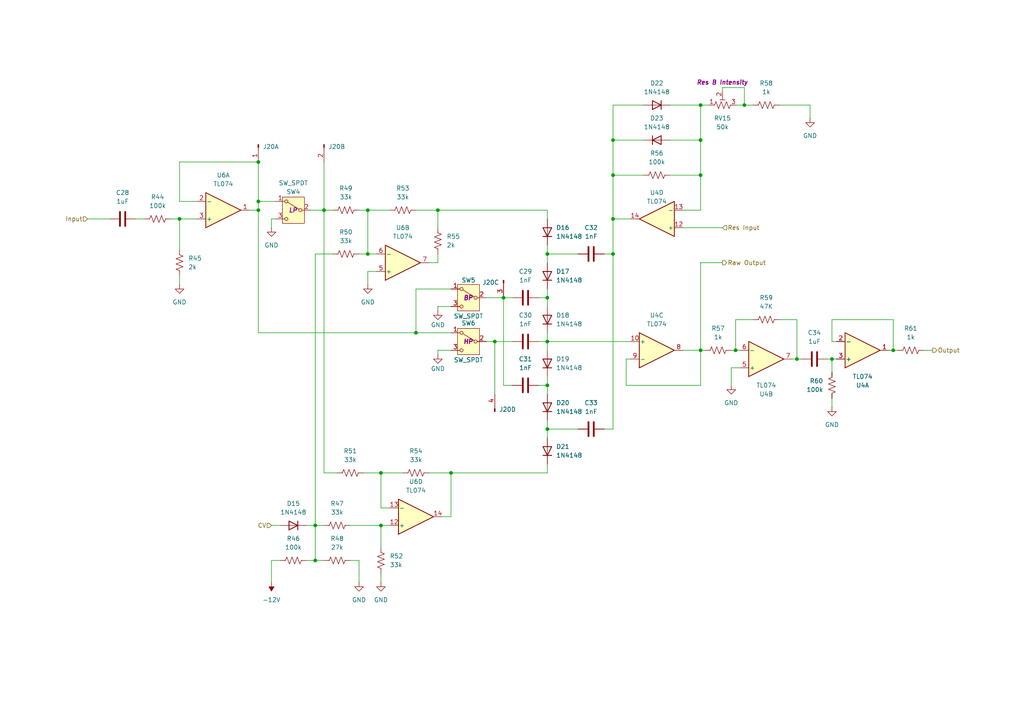
<source format=kicad_sch>
(kicad_sch (version 20231120) (generator "eeschema") (generator_version "8.0")
  (paper "A4")
  (title_block (company "DMH Instruments") (comment 1 "PCB for 15cm Kosmo format synthesizer module"))
  (lib_symbols
    (symbol "Amplifier_Operational:TL074" (pin_names (offset 0.127))
      (property "Reference" "U" (at 0 5.08 0))
      (property "Value" "TL074" (at 0 -5.08 0))
      (symbol "TL074_1_1"
        (polyline (pts (xy -5.08 5.08) (xy 5.08 0) (xy -5.08 -5.08) (xy -5.08 5.08)) (stroke (width 0.254)) (fill (type background)))
        (pin output line (at 7.62 0 180) (length 2.54) (name "~") (number "1"))
        (pin input line (at -7.62 -2.54 0) (length 2.54) (name "-") (number "2"))
        (pin input line (at -7.62 2.54 0) (length 2.54) (name "+") (number "3"))
      )
      (symbol "TL074_2_1"
        (polyline (pts (xy -5.08 5.08) (xy 5.08 0) (xy -5.08 -5.08) (xy -5.08 5.08)) (stroke (width 0.254)) (fill (type background)))
        (pin input line (at -7.62 2.54 0) (length 2.54) (name "+") (number "5"))
        (pin input line (at -7.62 -2.54 0) (length 2.54) (name "-") (number "6"))
        (pin output line (at 7.62 0 180) (length 2.54) (name "~") (number "7"))
      )
      (symbol "TL074_3_1"
        (polyline (pts (xy -5.08 5.08) (xy 5.08 0) (xy -5.08 -5.08) (xy -5.08 5.08)) (stroke (width 0.254)) (fill (type background)))
        (pin input line (at -7.62 2.54 0) (length 2.54) (name "+") (number "10"))
        (pin output line (at 7.62 0 180) (length 2.54) (name "~") (number "8"))
        (pin input line (at -7.62 -2.54 0) (length 2.54) (name "-") (number "9"))
      )
      (symbol "TL074_4_1"
        (polyline (pts (xy -5.08 5.08) (xy 5.08 0) (xy -5.08 -5.08) (xy -5.08 5.08)) (stroke (width 0.254)) (fill (type background)))
        (pin input line (at -7.62 2.54 0) (length 2.54) (name "+") (number "12"))
        (pin input line (at -7.62 -2.54 0) (length 2.54) (name "-") (number "13"))
        (pin output line (at 7.62 0 180) (length 2.54) (name "~") (number "14"))
      )
      (symbol "TL074_5_1"
        (pin power_in line (at -2.54 -7.62 90) (length 3.81) (name "V-") (number "11"))
        (pin power_in line (at -2.54 7.62 270) (length 3.81) (name "V+") (number "4"))
      )
    )
    (symbol "Device:C" (pin_numbers hide) (pin_names (offset 0.254))
      (property "Reference" "C" (at 0.635 2.54 0))
      (property "Value" "C" (at 0.635 -2.54 0))
      (symbol "C_0_1"
        (polyline (pts (xy -2.032 -0.762) (xy 2.032 -0.762)) (stroke (width 0.508)))
        (polyline (pts (xy -2.032 0.762) (xy 2.032 0.762)) (stroke (width 0.508)))
      )
      (symbol "C_1_1"
        (pin passive line (at 0 3.81 270) (length 2.794) (name "~") (number "1"))
        (pin passive line (at 0 -3.81 90) (length 2.794) (name "~") (number "2"))
      )
    )
    (symbol "Device:R_Potentiometer_Trim_US" (pin_names (offset 1.016) hide)
      (property "Reference" "RV" (at -4.445 0 90))
      (property "Value" "R_Potentiometer_Trim_US" (at -2.54 0 90))
      (symbol "R_Potentiometer_Trim_US_0_1"
        (polyline (pts (xy 0 -2.286) (xy 0 -2.54)))
        (polyline (pts (xy 0 2.286) (xy 0 2.54)))
        (polyline (pts (xy 1.524 0.762) (xy 1.524 -0.762)))
        (polyline (pts (xy 2.54 0) (xy 1.524 0)))
        (polyline (pts (xy 0 -0.762) (xy 1.016 -1.143) (xy 0 -1.524) (xy -1.016 -1.905) (xy 0 -2.286)))
        (polyline (pts (xy 0 0.762) (xy 1.016 0.381) (xy 0 0) (xy -1.016 -0.381) (xy 0 -0.762)))
        (polyline (pts (xy 0 2.286) (xy 1.016 1.905) (xy 0 1.524) (xy -1.016 1.143) (xy 0 0.762)))
      )
      (symbol "R_Potentiometer_Trim_US_1_1"
        (pin passive line (at 0 3.81 270) (length 1.27) (name "1") (number "1"))
        (pin passive line (at 3.81 0 180) (length 1.27) (name "2") (number "2"))
        (pin passive line (at 0 -3.81 90) (length 1.27) (name "3") (number "3"))
      )
    )
    (symbol "Device:R_US" (pin_numbers hide) (pin_names (offset 0))
      (property "Reference" "R" (at 2.54 0 90))
      (property "Value" "R_US" (at -2.54 0 90))
      (symbol "R_US_0_1"
        (polyline (pts (xy 0 -2.286) (xy 0 -2.54)))
        (polyline (pts (xy 0 2.286) (xy 0 2.54)))
        (polyline (pts (xy 0 -0.762) (xy 1.016 -1.143) (xy 0 -1.524) (xy -1.016 -1.905) (xy 0 -2.286)))
        (polyline (pts (xy 0 0.762) (xy 1.016 0.381) (xy 0 0) (xy -1.016 -0.381) (xy 0 -0.762)))
        (polyline (pts (xy 0 2.286) (xy 1.016 1.905) (xy 0 1.524) (xy -1.016 1.143) (xy 0 0.762)))
      )
      (symbol "R_US_1_1"
        (pin passive line (at 0 3.81 270) (length 1.27) (name "~") (number "1"))
        (pin passive line (at 0 -3.81 90) (length 1.27) (name "~") (number "2"))
      )
    )
    (symbol "Diode:1N4148" (pin_numbers hide) (pin_names hide)
      (property "Reference" "D" (at 0 2.54 0))
      (property "Value" "1N4148" (at 0 -2.54 0))
      (symbol "1N4148_0_1"
        (polyline (pts (xy -1.27 1.27) (xy -1.27 -1.27)) (stroke (width 0.254)))
        (polyline (pts (xy 1.27 0) (xy -1.27 0)))
        (polyline (pts (xy 1.27 1.27) (xy 1.27 -1.27) (xy -1.27 0) (xy 1.27 1.27)) (stroke (width 0.254)))
      )
      (symbol "1N4148_1_1"
        (pin passive line (at -3.81 0 0) (length 2.54) (name "K") (number "1"))
        (pin passive line (at 3.81 0 180) (length 2.54) (name "A") (number "2"))
      )
    )
    (symbol "Switch:SW_SPDT" (pin_names (offset 0) hide)
      (property "Reference" "SW" (at 0 5.08 0))
      (property "Value" "SW_SPDT" (at 0 -5.08 0))
      (symbol "SW_SPDT_0_1"
        (circle (center -2.032 0) (radius 0.4572))
        (polyline (pts (xy -1.651 0.254) (xy 1.651 2.286)))
        (circle (center 2.032 -2.54) (radius 0.4572))
        (circle (center 2.032 2.54) (radius 0.4572))
      )
      (symbol "SW_SPDT_1_1"
        (rectangle (start -3.175 3.81) (end 3.175 -3.81) (fill (type background)))
        (pin passive line (at 5.08 2.54 180) (length 2.54) (name "A") (number "1"))
        (pin passive line (at -5.08 0 0) (length 2.54) (name "B") (number "2"))
        (pin passive line (at 5.08 -2.54 180) (length 2.54) (name "C") (number "3"))
      )
    )
    (symbol "SynthStuff:Conn_01x04_PinHeader" (pin_names (offset 1.016) hide)
      (property "Reference" "J" (at 0 2.54 0))
      (symbol "Conn_01x04_PinHeader_1_1"
        (polyline (pts (xy 1.27 0) (xy 0.8636 0)) (stroke (width 0.1524)))
        (rectangle (start 0.8636 0.127) (end 0 -0.127) (stroke (width 0.1524)) (fill (type outline)))
        (pin passive line (at 5.08 0 180) (length 3.81) (name "Pin_1") (number "1"))
      )
      (symbol "Conn_01x04_PinHeader_2_1"
        (polyline (pts (xy 1.27 0) (xy 0.8636 0)) (stroke (width 0.1524)))
        (rectangle (start 0.8636 0.127) (end 0 -0.127) (stroke (width 0.1524)) (fill (type outline)))
        (pin passive line (at 5.08 0 180) (length 3.81) (name "Pin_2") (number "2"))
      )
      (symbol "Conn_01x04_PinHeader_3_1"
        (polyline (pts (xy 1.27 0) (xy 0.8636 0)) (stroke (width 0.1524)))
        (rectangle (start 0.8636 0.127) (end 0 -0.127) (stroke (width 0.1524)) (fill (type outline)))
        (pin passive line (at 5.08 0 180) (length 3.81) (name "Pin_3") (number "3"))
      )
      (symbol "Conn_01x04_PinHeader_4_1"
        (polyline (pts (xy 1.27 0) (xy 0.8636 0)) (stroke (width 0.1524)))
        (rectangle (start 0.8636 0.127) (end 0 -0.127) (stroke (width 0.1524)) (fill (type outline)))
        (pin passive line (at 5.08 0 180) (length 3.81) (name "Pin_4") (number "4"))
      )
    )
    (symbol "power:-12V" (power) (pin_numbers hide) (pin_names (offset 0) hide)
      (property "Value" "-12V" (at 0 3.556 0))
      (symbol "-12V_0_0"
        (pin power_in line (at 0 0 90) (length 0) (name "~") (number "1"))
      )
      (symbol "-12V_0_1"
        (polyline (pts (xy 0 0) (xy 0 1.27) (xy 0.762 1.27) (xy 0 2.54) (xy -0.762 1.27) (xy 0 1.27)) (fill (type outline)))
      )
    )
    (symbol "power:GND" (power) (pin_numbers hide) (pin_names (offset 0) hide)
      (property "Value" "GND" (at 0 -3.81 0))
      (symbol "GND_0_1"
        (polyline (pts (xy 0 0) (xy 0 -1.27) (xy 1.27 -1.27) (xy 0 -2.54) (xy -1.27 -1.27) (xy 0 -1.27)))
      )
      (symbol "GND_1_1"
        (pin power_in line (at 0 0 270) (length 0) (name "~") (number "1"))
      )
    )
  )
  (junction (at 110.49 137.16))
  (junction (at 74.93 58.42))
  (junction (at 213.36 101.6))
  (junction (at 241.3 104.14))
  (junction (at 177.8 63.5))
  (junction (at 110.49 152.4))
  (junction (at 231.14 104.14))
  (junction (at 259.08 101.6))
  (junction (at 177.8 50.8))
  (junction (at 177.8 40.64))
  (junction (at 106.68 73.66))
  (junction (at 143.51 99.06))
  (junction (at 52.07 63.5))
  (junction (at 203.2 30.48))
  (junction (at 74.93 60.96))
  (junction (at 130.81 137.16))
  (junction (at 93.98 60.96))
  (junction (at 158.75 124.46))
  (junction (at 203.2 40.64))
  (junction (at 158.75 99.06))
  (junction (at 158.75 73.66))
  (junction (at 158.75 111.76))
  (junction (at 91.44 152.4))
  (junction (at 203.2 101.6))
  (junction (at 74.93 46.99))
  (junction (at 177.8 73.66))
  (junction (at 146.05 86.36))
  (junction (at 120.65 96.52))
  (junction (at 203.2 50.8))
  (junction (at 106.68 60.96))
  (junction (at 91.44 162.56))
  (junction (at 215.9 30.48))
  (junction (at 158.75 86.36))
  (junction (at 127 60.96))
  (wire (pts (xy 203.2 30.48) (xy 205.74 30.48)))
  (wire (pts (xy 120.65 83.82) (xy 130.81 83.82)))
  (wire (pts (xy 143.51 99.06) (xy 143.51 114.3)))
  (wire (pts (xy 78.74 162.56) (xy 78.74 168.91)))
  (wire (pts (xy 106.68 60.96) (xy 106.68 73.66)))
  (wire (pts (xy 241.3 115.57) (xy 241.3 118.11)))
  (wire (pts (xy 156.21 111.76) (xy 158.75 111.76)))
  (wire (pts (xy 106.68 73.66) (xy 109.22 73.66)))
  (wire (pts (xy 130.81 96.52) (xy 120.65 96.52)))
  (wire (pts (xy 91.44 152.4) (xy 91.44 162.56)))
  (wire (pts (xy 52.07 63.5) (xy 57.15 63.5)))
  (wire (pts (xy 186.69 50.8) (xy 177.8 50.8)))
  (wire (pts (xy 259.08 101.6) (xy 257.81 101.6)))
  (wire (pts (xy 213.36 92.71) (xy 213.36 101.6)))
  (wire (pts (xy 130.81 149.86) (xy 128.27 149.86)))
  (wire (pts (xy 158.75 96.52) (xy 158.75 99.06)))
  (wire (pts (xy 175.26 124.46) (xy 177.8 124.46)))
  (wire (pts (xy 158.75 83.82) (xy 158.75 86.36)))
  (wire (pts (xy 231.14 104.14) (xy 232.41 104.14)))
  (wire (pts (xy 209.55 25.4) (xy 215.9 25.4)))
  (wire (pts (xy 130.81 137.16) (xy 130.81 149.86)))
  (wire (pts (xy 215.9 30.48) (xy 218.44 30.48)))
  (wire (pts (xy 158.75 111.76) (xy 158.75 114.3)))
  (wire (pts (xy 109.22 78.74) (xy 106.68 78.74)))
  (wire (pts (xy 104.14 162.56) (xy 104.14 168.91)))
  (wire (pts (xy 203.2 30.48) (xy 203.2 40.64)))
  (wire (pts (xy 203.2 40.64) (xy 203.2 50.8)))
  (wire (pts (xy 80.01 63.5) (xy 78.74 63.5)))
  (wire (pts (xy 120.65 96.52) (xy 120.65 83.82)))
  (wire (pts (xy 177.8 50.8) (xy 177.8 63.5)))
  (wire (pts (xy 241.3 104.14) (xy 242.57 104.14)))
  (wire (pts (xy 52.07 58.42) (xy 57.15 58.42)))
  (wire (pts (xy 212.09 101.6) (xy 213.36 101.6)))
  (wire (pts (xy 240.03 104.14) (xy 241.3 104.14)))
  (wire (pts (xy 259.08 101.6) (xy 260.35 101.6)))
  (wire (pts (xy 72.39 60.96) (xy 74.93 60.96)))
  (wire (pts (xy 110.49 152.4) (xy 113.03 152.4)))
  (wire (pts (xy 140.97 99.06) (xy 143.51 99.06)))
  (wire (pts (xy 120.65 60.96) (xy 127 60.96)))
  (wire (pts (xy 181.61 111.76) (xy 203.2 111.76)))
  (wire (pts (xy 167.64 73.66) (xy 158.75 73.66)))
  (wire (pts (xy 231.14 92.71) (xy 231.14 104.14)))
  (wire (pts (xy 158.75 99.06) (xy 182.88 99.06)))
  (wire (pts (xy 182.88 63.5) (xy 177.8 63.5)))
  (wire (pts (xy 198.12 101.6) (xy 203.2 101.6)))
  (wire (pts (xy 146.05 86.36) (xy 146.05 111.76)))
  (wire (pts (xy 156.21 86.36) (xy 158.75 86.36)))
  (wire (pts (xy 52.07 46.99) (xy 52.07 58.42)))
  (wire (pts (xy 229.87 104.14) (xy 231.14 104.14)))
  (wire (pts (xy 74.93 46.99) (xy 52.07 46.99)))
  (wire (pts (xy 241.3 104.14) (xy 241.3 107.95)))
  (wire (pts (xy 93.98 60.96) (xy 96.52 60.96)))
  (wire (pts (xy 203.2 101.6) (xy 204.47 101.6)))
  (wire (pts (xy 215.9 25.4) (xy 215.9 30.48)))
  (wire (pts (xy 213.36 101.6) (xy 214.63 101.6)))
  (wire (pts (xy 181.61 104.14) (xy 181.61 111.76)))
  (wire (pts (xy 186.69 30.48) (xy 177.8 30.48)))
  (wire (pts (xy 127 88.9) (xy 130.81 88.9)))
  (wire (pts (xy 105.41 137.16) (xy 110.49 137.16)))
  (wire (pts (xy 74.93 58.42) (xy 74.93 46.99)))
  (wire (pts (xy 110.49 152.4) (xy 110.49 158.75)))
  (wire (pts (xy 218.44 92.71) (xy 213.36 92.71)))
  (wire (pts (xy 101.6 152.4) (xy 110.49 152.4)))
  (wire (pts (xy 234.95 30.48) (xy 234.95 34.29)))
  (wire (pts (xy 81.28 162.56) (xy 78.74 162.56)))
  (wire (pts (xy 127 90.17) (xy 127 88.9)))
  (wire (pts (xy 127 60.96) (xy 127 66.04)))
  (wire (pts (xy 158.75 137.16) (xy 130.81 137.16)))
  (wire (pts (xy 146.05 111.76) (xy 148.59 111.76)))
  (wire (pts (xy 203.2 60.96) (xy 198.12 60.96)))
  (wire (pts (xy 214.63 106.68) (xy 212.09 106.68)))
  (wire (pts (xy 158.75 60.96) (xy 127 60.96)))
  (wire (pts (xy 91.44 152.4) (xy 93.98 152.4)))
  (wire (pts (xy 226.06 92.71) (xy 231.14 92.71)))
  (wire (pts (xy 127 101.6) (xy 127 102.87)))
  (wire (pts (xy 158.75 86.36) (xy 158.75 88.9)))
  (wire (pts (xy 267.97 101.6) (xy 270.51 101.6)))
  (wire (pts (xy 177.8 73.66) (xy 177.8 124.46)))
  (wire (pts (xy 213.36 30.48) (xy 215.9 30.48)))
  (wire (pts (xy 106.68 60.96) (xy 113.03 60.96)))
  (wire (pts (xy 226.06 30.48) (xy 234.95 30.48)))
  (wire (pts (xy 93.98 46.99) (xy 93.98 60.96)))
  (wire (pts (xy 124.46 76.2) (xy 127 76.2)))
  (wire (pts (xy 104.14 60.96) (xy 106.68 60.96)))
  (wire (pts (xy 88.9 162.56) (xy 91.44 162.56)))
  (wire (pts (xy 78.74 152.4) (xy 81.28 152.4)))
  (wire (pts (xy 140.97 86.36) (xy 146.05 86.36)))
  (wire (pts (xy 158.75 99.06) (xy 158.75 101.6)))
  (wire (pts (xy 110.49 137.16) (xy 116.84 137.16)))
  (wire (pts (xy 181.61 104.14) (xy 182.88 104.14)))
  (wire (pts (xy 91.44 162.56) (xy 93.98 162.56)))
  (wire (pts (xy 203.2 101.6) (xy 203.2 111.76)))
  (wire (pts (xy 156.21 99.06) (xy 158.75 99.06)))
  (wire (pts (xy 49.53 63.5) (xy 52.07 63.5)))
  (wire (pts (xy 242.57 99.06) (xy 241.3 99.06)))
  (wire (pts (xy 127 76.2) (xy 127 73.66)))
  (wire (pts (xy 110.49 137.16) (xy 110.49 147.32)))
  (wire (pts (xy 177.8 63.5) (xy 177.8 73.66)))
  (wire (pts (xy 25.4 63.5) (xy 31.75 63.5)))
  (wire (pts (xy 194.31 30.48) (xy 203.2 30.48)))
  (wire (pts (xy 158.75 109.22) (xy 158.75 111.76)))
  (wire (pts (xy 91.44 73.66) (xy 91.44 152.4)))
  (wire (pts (xy 90.17 60.96) (xy 93.98 60.96)))
  (wire (pts (xy 96.52 73.66) (xy 91.44 73.66)))
  (wire (pts (xy 124.46 137.16) (xy 130.81 137.16)))
  (wire (pts (xy 241.3 92.71) (xy 259.08 92.71)))
  (wire (pts (xy 194.31 50.8) (xy 203.2 50.8)))
  (wire (pts (xy 175.26 73.66) (xy 177.8 73.66)))
  (wire (pts (xy 186.69 40.64) (xy 177.8 40.64)))
  (wire (pts (xy 78.74 63.5) (xy 78.74 66.04)))
  (wire (pts (xy 74.93 96.52) (xy 120.65 96.52)))
  (wire (pts (xy 101.6 162.56) (xy 104.14 162.56)))
  (wire (pts (xy 52.07 80.01) (xy 52.07 82.55)))
  (wire (pts (xy 39.37 63.5) (xy 41.91 63.5)))
  (wire (pts (xy 158.75 63.5) (xy 158.75 60.96)))
  (wire (pts (xy 148.59 86.36) (xy 146.05 86.36)))
  (wire (pts (xy 177.8 30.48) (xy 177.8 40.64)))
  (wire (pts (xy 93.98 137.16) (xy 97.79 137.16)))
  (wire (pts (xy 177.8 40.64) (xy 177.8 50.8)))
  (wire (pts (xy 158.75 73.66) (xy 158.75 76.2)))
  (wire (pts (xy 143.51 99.06) (xy 148.59 99.06)))
  (wire (pts (xy 74.93 60.96) (xy 74.93 58.42)))
  (wire (pts (xy 106.68 78.74) (xy 106.68 82.55)))
  (wire (pts (xy 110.49 166.37) (xy 110.49 168.91)))
  (wire (pts (xy 52.07 63.5) (xy 52.07 72.39)))
  (wire (pts (xy 198.12 66.04) (xy 209.55 66.04)))
  (wire (pts (xy 241.3 99.06) (xy 241.3 92.71)))
  (wire (pts (xy 158.75 121.92) (xy 158.75 124.46)))
  (wire (pts (xy 158.75 71.12) (xy 158.75 73.66)))
  (wire (pts (xy 259.08 92.71) (xy 259.08 101.6)))
  (wire (pts (xy 130.81 101.6) (xy 127 101.6)))
  (wire (pts (xy 104.14 73.66) (xy 106.68 73.66)))
  (wire (pts (xy 158.75 134.62) (xy 158.75 137.16)))
  (wire (pts (xy 110.49 147.32) (xy 113.03 147.32)))
  (wire (pts (xy 158.75 124.46) (xy 158.75 127)))
  (wire (pts (xy 203.2 50.8) (xy 203.2 60.96)))
  (wire (pts (xy 74.93 60.96) (xy 74.93 96.52)))
  (wire (pts (xy 88.9 152.4) (xy 91.44 152.4)))
  (wire (pts (xy 194.31 40.64) (xy 203.2 40.64)))
  (wire (pts (xy 93.98 60.96) (xy 93.98 137.16)))
  (wire (pts (xy 209.55 26.67) (xy 209.55 25.4)))
  (wire (pts (xy 158.75 124.46) (xy 167.64 124.46)))
  (wire (pts (xy 74.93 58.42) (xy 80.01 58.42)))
  (wire (pts (xy 203.2 76.2) (xy 209.55 76.2)))
  (wire (pts (xy 212.09 106.68) (xy 212.09 111.76)))
  (wire (pts (xy 203.2 76.2) (xy 203.2 101.6)))
  (hierarchical_label "Res Input" (shape input) (at 209.55 66.04 0))
  (hierarchical_label "Output" (shape output) (at 270.51 101.6 0))
  (hierarchical_label "CV" (shape input) (at 78.74 152.4 180))
  (hierarchical_label "Raw Output" (shape output) (at 209.55 76.2 0))
  (hierarchical_label "Input" (shape input) (at 25.4 63.5 180))
  (symbol (lib_id "Device:R_US") (at 85.09 162.56 90) (unit 1) (on_board no)
    (property "Reference" "R46" (at 85.09 156.21 90))
    (property "Value" "100k" (at 85.09 158.75 90))
    (property "Footprint" "Resistor_THT:R_Axial_DIN0207_L6.3mm_D2.5mm_P7.62mm_Horizontal" (effects (hide yes)))
    (property "Description" "Resistor, US symbol" (effects (hide yes)))
  )
  (symbol (lib_id "power:-12V") (at 78.74 168.91 180) (unit 1)
    (property "Reference" "#PWR046" (effects (hide yes)))
    (property "Value" "-12V" (at 78.74 173.99 0))
    (property "Description" "Power symbol creates a global label with name \"-12V\"" (effects (hide yes)))
  )
  (symbol (lib_id "Device:C") (at 152.4 99.06 90) (unit 1) (on_board no)
    (property "Reference" "C30" (at 152.4 91.44 90))
    (property "Value" "1nF" (at 152.4 93.98 90))
    (property "Footprint" "Capacitor_THT:C_Disc_D4.3mm_W1.9mm_P5.00mm" (effects (hide yes)))
    (property "Description" "Unpolarized capacitor" (effects (hide yes)))
  )
  (symbol (lib_id "SynthStuff:Conn_01x04_PinHeader") (at 74.93 41.91 270) (unit 1)
    (property "Reference" "J20" (at 76.2 42.5449 90) (effects (justify left)))
    (property "Value" "Conn_01x04_PinHeader" (effects (hide yes)))
    (property "Footprint" "Connector_PinSocket_2.54mm:PinSocket_1x04_P2.54mm_Vertical" (effects (hide yes)))
    (property "Description" "Generic connector, single row, 01x04" (effects (hide yes)))
  )
  (symbol (lib_id "Device:R_US") (at 52.07 76.2 180) (unit 1) (on_board no)
    (property "Reference" "R45" (at 54.61 74.9299 0) (effects (justify right)))
    (property "Value" "2k" (at 54.61 77.4699 0) (effects (justify right)))
    (property "Footprint" "Resistor_THT:R_Axial_DIN0207_L6.3mm_D2.5mm_P7.62mm_Horizontal" (effects (hide yes)))
    (property "Description" "Resistor, US symbol" (effects (hide yes)))
  )
  (symbol (lib_id "Device:R_US") (at 127 69.85 180) (unit 1) (on_board no)
    (property "Reference" "R55" (at 129.54 68.5799 0) (effects (justify right)))
    (property "Value" "2k" (at 129.54 71.1199 0) (effects (justify right)))
    (property "Footprint" "Resistor_THT:R_Axial_DIN0207_L6.3mm_D2.5mm_P7.62mm_Horizontal" (effects (hide yes)))
    (property "Description" "Resistor, US symbol" (effects (hide yes)))
  )
  (symbol (lib_id "Device:R_US") (at 100.33 73.66 90) (unit 1) (on_board no)
    (property "Reference" "R50" (at 100.33 67.31 90))
    (property "Value" "33k" (at 100.33 69.85 90))
    (property "Footprint" "Resistor_THT:R_Axial_DIN0207_L6.3mm_D2.5mm_P7.62mm_Horizontal" (effects (hide yes)))
    (property "Description" "Resistor, US symbol" (effects (hide yes)))
  )
  (symbol (lib_id "power:GND") (at 241.3 118.11 0) (unit 1)
    (property "Reference" "#PWR054" (effects (hide yes)))
    (property "Value" "GND" (at 241.3 123.19 0))
    (property "Description" "Power symbol creates a global label with name \"GND\" , ground" (effects (hide yes)))
  )
  (symbol (lib_id "Device:C") (at 152.4 111.76 90) (unit 1) (on_board no)
    (property "Reference" "C31" (at 152.4 104.14 90))
    (property "Value" "1nF" (at 152.4 106.68 90))
    (property "Footprint" "Capacitor_THT:C_Disc_D4.3mm_W1.9mm_P5.00mm" (effects (hide yes)))
    (property "Description" "Unpolarized capacitor" (effects (hide yes)))
  )
  (symbol (lib_id "Device:C") (at 35.56 63.5 90) (unit 1) (on_board no)
    (property "Reference" "C28" (at 35.56 55.88 90))
    (property "Value" "1uF" (at 35.56 58.42 90))
    (property "Footprint" "Capacitor_THT:C_Disc_D4.3mm_W1.9mm_P5.00mm" (effects (hide yes)))
    (property "Description" "Unpolarized capacitor" (effects (hide yes)))
  )
  (symbol (lib_id "Device:C") (at 152.4 86.36 90) (unit 1) (on_board no)
    (property "Reference" "C29" (at 152.4 78.74 90))
    (property "Value" "1nF" (at 152.4 81.28 90))
    (property "Footprint" "Capacitor_THT:C_Disc_D4.3mm_W1.9mm_P5.00mm" (effects (hide yes)))
    (property "Description" "Unpolarized capacitor" (effects (hide yes)))
  )
  (symbol (lib_id "Switch:SW_SPDT") (at 135.89 86.36 0) (mirror y) (unit 1)
    (property "Reference" "SW5" (at 135.89 81.28 0))
    (property "Value" "SW_SPDT" (at 135.89 91.694 0))
    (property "Footprint" "SynthStuff:Toggle_Switch_TE" (effects (hide yes)))
    (property "Description" "Switch, single pole double throw" (effects (hide yes)))
    (property "Function" "BP" (at 135.89 86.36 0) (effects (font (thickness 0.254) (bold yes) (italic yes))))
  )
  (symbol (lib_id "SynthStuff:Conn_01x04_PinHeader") (at 93.98 41.91 270) (unit 2)
    (property "Reference" "J20" (at 95.25 42.5449 90) (effects (justify left)))
    (property "Value" "Conn_01x04_PinHeader" (effects (hide yes)))
    (property "Footprint" "Connector_PinSocket_2.54mm:PinSocket_1x04_P2.54mm_Vertical" (effects (hide yes)))
    (property "Description" "Generic connector, single row, 01x04" (effects (hide yes)))
  )
  (symbol (lib_id "Device:C") (at 171.45 73.66 90) (unit 1) (on_board no)
    (property "Reference" "C32" (at 171.45 66.04 90))
    (property "Value" "1nF" (at 171.45 68.58 90))
    (property "Footprint" "Capacitor_THT:C_Disc_D4.3mm_W1.9mm_P5.00mm" (effects (hide yes)))
    (property "Description" "Unpolarized capacitor" (effects (hide yes)))
  )
  (symbol (lib_id "Amplifier_Operational:TL074") (at 190.5 63.5 180) (unit 4) (on_board no)
    (property "Reference" "U4" (at 190.5 55.88 0))
    (property "Value" "TL074" (at 190.5 58.42 0))
    (property "Footprint" "Package_DIP:DIP-14_W7.62mm_Socket" (effects (hide yes)))
    (property "Datasheet" "http://www.ti.com/lit/ds/symlink/tl071.pdf" (effects (hide yes)))
    (property "Description" "Quad Low-Noise JFET-Input Operational Amplifiers, DIP-14/SOIC-14" (effects (hide yes)))
  )
  (symbol (lib_id "Diode:1N4148") (at 190.5 30.48 180) (unit 1) (on_board no)
    (property "Reference" "D22" (at 190.5 24.13 0))
    (property "Value" "1N4148" (at 190.5 26.67 0))
    (property "Footprint" "Diode_THT:D_DO-35_SOD27_P7.62mm_Horizontal" (effects (hide yes)))
    (property "Datasheet" "https://assets.nexperia.com/documents/data-sheet/1N4148_1N4448.pdf" (effects (hide yes)))
    (property "Description" "100V 0.15A standard switching diode, DO-35" (effects (hide yes)))
    (property "Sim.Device" "D" (effects (hide yes)))
    (property "Sim.Pins" "1=K 2=A" (effects (hide yes)))
  )
  (symbol (lib_id "Device:R_US") (at 101.6 137.16 90) (unit 1) (on_board no)
    (property "Reference" "R51" (at 101.6 130.81 90))
    (property "Value" "33k" (at 101.6 133.35 90))
    (property "Footprint" "Resistor_THT:R_Axial_DIN0207_L6.3mm_D2.5mm_P7.62mm_Horizontal" (effects (hide yes)))
    (property "Description" "Resistor, US symbol" (effects (hide yes)))
  )
  (symbol (lib_id "Device:R_US") (at 110.49 162.56 180) (unit 1) (on_board no)
    (property "Reference" "R52" (at 113.03 161.2899 0) (effects (justify right)))
    (property "Value" "33k" (at 113.03 163.8299 0) (effects (justify right)))
    (property "Footprint" "Resistor_THT:R_Axial_DIN0207_L6.3mm_D2.5mm_P7.62mm_Horizontal" (effects (hide yes)))
    (property "Description" "Resistor, US symbol" (effects (hide yes)))
  )
  (symbol (lib_id "Diode:1N4148") (at 158.75 67.31 90) (unit 1) (on_board no)
    (property "Reference" "D16" (at 161.29 66.0399 90) (effects (justify right)))
    (property "Value" "1N4148" (at 161.29 68.5799 90) (effects (justify right)))
    (property "Footprint" "Diode_THT:D_DO-35_SOD27_P7.62mm_Horizontal" (effects (hide yes)))
    (property "Datasheet" "https://assets.nexperia.com/documents/data-sheet/1N4148_1N4448.pdf" (effects (hide yes)))
    (property "Description" "100V 0.15A standard switching diode, DO-35" (effects (hide yes)))
    (property "Sim.Device" "D" (effects (hide yes)))
    (property "Sim.Pins" "1=K 2=A" (effects (hide yes)))
  )
  (symbol (lib_id "Device:R_Potentiometer_Trim_US") (at 209.55 30.48 90) (unit 1) (on_board no)
    (property "Reference" "RV15" (at 209.55 34.29 90))
    (property "Value" "50k" (at 209.55 36.83 90))
    (property "Footprint" "Potentiometer_THT:Potentiometer_Bourns_3296W_Vertical" (effects (hide yes)))
    (property "Description" "Trim-potentiometer, US symbol" (effects (hide yes)))
    (property "Function" "Res B Intensity" (at 209.55 23.876 90) (effects (font (thickness 0.254) (bold yes) (italic yes))))
  )
  (symbol (lib_id "Amplifier_Operational:TL074") (at 250.19 101.6 0) (mirror x) (unit 1) (on_board no)
    (property "Reference" "U4" (at 250.19 111.76 0))
    (property "Value" "TL074" (at 250.19 109.22 0))
    (property "Footprint" "Package_DIP:DIP-14_W7.62mm_Socket" (effects (hide yes)))
    (property "Datasheet" "http://www.ti.com/lit/ds/symlink/tl071.pdf" (effects (hide yes)))
    (property "Description" "Quad Low-Noise JFET-Input Operational Amplifiers, DIP-14/SOIC-14" (effects (hide yes)))
  )
  (symbol (lib_id "Device:R_US") (at 97.79 152.4 90) (unit 1) (on_board no)
    (property "Reference" "R47" (at 97.79 146.05 90))
    (property "Value" "33k" (at 97.79 148.59 90))
    (property "Footprint" "Resistor_THT:R_Axial_DIN0207_L6.3mm_D2.5mm_P7.62mm_Horizontal" (effects (hide yes)))
    (property "Description" "Resistor, US symbol" (effects (hide yes)))
  )
  (symbol (lib_id "Switch:SW_SPDT") (at 135.89 99.06 0) (mirror y) (unit 1)
    (property "Reference" "SW6" (at 135.89 93.726 0))
    (property "Value" "SW_SPDT" (at 135.89 104.394 0))
    (property "Footprint" "SynthStuff:Toggle_Switch_TE" (effects (hide yes)))
    (property "Description" "Switch, single pole double throw" (effects (hide yes)))
    (property "Function" "HP" (at 135.89 99.06 0) (effects (font (thickness 0.254) (bold yes) (italic yes))))
  )
  (symbol (lib_id "Device:R_US") (at 97.79 162.56 90) (unit 1) (on_board no)
    (property "Reference" "R48" (at 97.79 156.21 90))
    (property "Value" "27k" (at 97.79 158.75 90))
    (property "Footprint" "Resistor_THT:R_Axial_DIN0207_L6.3mm_D2.5mm_P7.62mm_Horizontal" (effects (hide yes)))
    (property "Description" "Resistor, US symbol" (effects (hide yes)))
  )
  (symbol (lib_id "Diode:1N4148") (at 85.09 152.4 180) (unit 1) (on_board no)
    (property "Reference" "D15" (at 85.09 146.05 0))
    (property "Value" "1N4148" (at 85.09 148.59 0))
    (property "Footprint" "Diode_THT:D_DO-35_SOD27_P7.62mm_Horizontal" (effects (hide yes)))
    (property "Datasheet" "https://assets.nexperia.com/documents/data-sheet/1N4148_1N4448.pdf" (effects (hide yes)))
    (property "Description" "100V 0.15A standard switching diode, DO-35" (effects (hide yes)))
    (property "Sim.Device" "D" (effects (hide yes)))
    (property "Sim.Pins" "1=K 2=A" (effects (hide yes)))
  )
  (symbol (lib_id "power:GND") (at 127 90.17 0) (unit 1)
    (property "Reference" "#PWR050" (effects (hide yes)))
    (property "Value" "GND" (at 127 94.234 0))
    (property "Description" "Power symbol creates a global label with name \"GND\" , ground" (effects (hide yes)))
  )
  (symbol (lib_id "Amplifier_Operational:TL074") (at 222.25 104.14 0) (mirror x) (unit 2) (on_board no)
    (property "Reference" "U4" (at 222.25 114.3 0))
    (property "Value" "TL074" (at 222.25 111.76 0))
    (property "Footprint" "Package_DIP:DIP-14_W7.62mm_Socket" (effects (hide yes)))
    (property "Datasheet" "http://www.ti.com/lit/ds/symlink/tl071.pdf" (effects (hide yes)))
    (property "Description" "Quad Low-Noise JFET-Input Operational Amplifiers, DIP-14/SOIC-14" (effects (hide yes)))
  )
  (symbol (lib_id "Diode:1N4148") (at 158.75 118.11 90) (unit 1) (on_board no)
    (property "Reference" "D20" (at 161.29 116.8399 90) (effects (justify right)))
    (property "Value" "1N4148" (at 161.29 119.3799 90) (effects (justify right)))
    (property "Footprint" "Diode_THT:D_DO-35_SOD27_P7.62mm_Horizontal" (effects (hide yes)))
    (property "Datasheet" "https://assets.nexperia.com/documents/data-sheet/1N4148_1N4448.pdf" (effects (hide yes)))
    (property "Description" "100V 0.15A standard switching diode, DO-35" (effects (hide yes)))
    (property "Sim.Device" "D" (effects (hide yes)))
    (property "Sim.Pins" "1=K 2=A" (effects (hide yes)))
  )
  (symbol (lib_id "power:GND") (at 106.68 82.55 0) (unit 1)
    (property "Reference" "#PWR048" (effects (hide yes)))
    (property "Value" "GND" (at 106.68 87.63 0))
    (property "Description" "Power symbol creates a global label with name \"GND\" , ground" (effects (hide yes)))
  )
  (symbol (lib_id "Device:R_US") (at 222.25 30.48 90) (unit 1) (on_board no)
    (property "Reference" "R58" (at 222.25 24.13 90))
    (property "Value" "1k" (at 222.25 26.67 90))
    (property "Footprint" "Resistor_THT:R_Axial_DIN0207_L6.3mm_D2.5mm_P7.62mm_Horizontal" (effects (hide yes)))
    (property "Description" "Resistor, US symbol" (effects (hide yes)))
  )
  (symbol (lib_id "Diode:1N4148") (at 158.75 80.01 90) (unit 1) (on_board no)
    (property "Reference" "D17" (at 161.29 78.7399 90) (effects (justify right)))
    (property "Value" "1N4148" (at 161.29 81.2799 90) (effects (justify right)))
    (property "Footprint" "Diode_THT:D_DO-35_SOD27_P7.62mm_Horizontal" (effects (hide yes)))
    (property "Datasheet" "https://assets.nexperia.com/documents/data-sheet/1N4148_1N4448.pdf" (effects (hide yes)))
    (property "Description" "100V 0.15A standard switching diode, DO-35" (effects (hide yes)))
    (property "Sim.Device" "D" (effects (hide yes)))
    (property "Sim.Pins" "1=K 2=A" (effects (hide yes)))
  )
  (symbol (lib_id "Device:C") (at 171.45 124.46 90) (unit 1) (on_board no)
    (property "Reference" "C33" (at 171.45 116.84 90))
    (property "Value" "1nF" (at 171.45 119.38 90))
    (property "Footprint" "Capacitor_THT:C_Disc_D4.3mm_W1.9mm_P5.00mm" (effects (hide yes)))
    (property "Description" "Unpolarized capacitor" (effects (hide yes)))
  )
  (symbol (lib_id "Device:R_US") (at 241.3 111.76 0) (mirror x) (unit 1) (on_board no)
    (property "Reference" "R60" (at 238.76 110.4899 0) (effects (justify right)))
    (property "Value" "100k" (at 238.76 113.0299 0) (effects (justify right)))
    (property "Footprint" "Resistor_THT:R_Axial_DIN0207_L6.3mm_D2.5mm_P7.62mm_Horizontal" (effects (hide yes)))
    (property "Description" "Resistor, US symbol" (effects (hide yes)))
  )
  (symbol (lib_id "power:GND") (at 127 102.87 0) (unit 1)
    (property "Reference" "#PWR051" (effects (hide yes)))
    (property "Value" "GND" (at 127 106.934 0))
    (property "Description" "Power symbol creates a global label with name \"GND\" , ground" (effects (hide yes)))
  )
  (symbol (lib_id "Diode:1N4148") (at 190.5 40.64 0) (unit 1) (on_board no)
    (property "Reference" "D23" (at 190.5 34.29 0))
    (property "Value" "1N4148" (at 190.5 36.83 0))
    (property "Footprint" "Diode_THT:D_DO-35_SOD27_P7.62mm_Horizontal" (effects (hide yes)))
    (property "Datasheet" "https://assets.nexperia.com/documents/data-sheet/1N4148_1N4448.pdf" (effects (hide yes)))
    (property "Description" "100V 0.15A standard switching diode, DO-35" (effects (hide yes)))
    (property "Sim.Device" "D" (effects (hide yes)))
    (property "Sim.Pins" "1=K 2=A" (effects (hide yes)))
  )
  (symbol (lib_id "Device:R_US") (at 120.65 137.16 90) (unit 1) (on_board no)
    (property "Reference" "R54" (at 120.65 130.81 90))
    (property "Value" "33k" (at 120.65 133.35 90))
    (property "Footprint" "Resistor_THT:R_Axial_DIN0207_L6.3mm_D2.5mm_P7.62mm_Horizontal" (effects (hide yes)))
    (property "Description" "Resistor, US symbol" (effects (hide yes)))
  )
  (symbol (lib_id "Diode:1N4148") (at 158.75 130.81 90) (unit 1) (on_board no)
    (property "Reference" "D21" (at 161.29 129.5399 90) (effects (justify right)))
    (property "Value" "1N4148" (at 161.29 132.0799 90) (effects (justify right)))
    (property "Footprint" "Diode_THT:D_DO-35_SOD27_P7.62mm_Horizontal" (effects (hide yes)))
    (property "Datasheet" "https://assets.nexperia.com/documents/data-sheet/1N4148_1N4448.pdf" (effects (hide yes)))
    (property "Description" "100V 0.15A standard switching diode, DO-35" (effects (hide yes)))
    (property "Sim.Device" "D" (effects (hide yes)))
    (property "Sim.Pins" "1=K 2=A" (effects (hide yes)))
  )
  (symbol (lib_id "power:GND") (at 52.07 82.55 0) (unit 1)
    (property "Reference" "#PWR044" (effects (hide yes)))
    (property "Value" "GND" (at 52.07 87.63 0))
    (property "Description" "Power symbol creates a global label with name \"GND\" , ground" (effects (hide yes)))
  )
  (symbol (lib_id "SynthStuff:Conn_01x04_PinHeader") (at 143.51 119.38 270) (mirror x) (unit 4)
    (property "Reference" "J20" (at 144.78 118.7449 90) (effects (justify left)))
    (property "Value" "Conn_01x04_PinHeader" (effects (hide yes)))
    (property "Footprint" "Connector_PinSocket_2.54mm:PinSocket_1x04_P2.54mm_Vertical" (effects (hide yes)))
    (property "Description" "Generic connector, single row, 01x04" (effects (hide yes)))
  )
  (symbol (lib_id "Device:C") (at 236.22 104.14 90) (unit 1) (on_board no)
    (property "Reference" "C34" (at 236.22 96.52 90))
    (property "Value" "1uF" (at 236.22 99.06 90))
    (property "Footprint" "Capacitor_THT:C_Disc_D4.3mm_W1.9mm_P5.00mm" (effects (hide yes)))
    (property "Description" "Unpolarized capacitor" (effects (hide yes)))
  )
  (symbol (lib_id "SynthStuff:Conn_01x04_PinHeader") (at 146.05 81.28 270) (unit 3)
    (property "Reference" "J20" (at 144.78 81.9149 90) (effects (justify right)))
    (property "Value" "Conn_01x04_PinHeader" (effects (hide yes)))
    (property "Footprint" "Connector_PinSocket_2.54mm:PinSocket_1x04_P2.54mm_Vertical" (effects (hide yes)))
    (property "Description" "Generic connector, single row, 01x04" (effects (hide yes)))
  )
  (symbol (lib_id "power:GND") (at 212.09 111.76 0) (unit 1)
    (property "Reference" "#PWR052" (effects (hide yes)))
    (property "Value" "GND" (at 212.09 116.84 0))
    (property "Description" "Power symbol creates a global label with name \"GND\" , ground" (effects (hide yes)))
  )
  (symbol (lib_id "power:GND") (at 234.95 34.29 0) (unit 1)
    (property "Reference" "#PWR053" (effects (hide yes)))
    (property "Value" "GND" (at 234.95 39.37 0))
    (property "Description" "Power symbol creates a global label with name \"GND\" , ground" (effects (hide yes)))
  )
  (symbol (lib_id "power:GND") (at 104.14 168.91 0) (unit 1)
    (property "Reference" "#PWR047" (effects (hide yes)))
    (property "Value" "GND" (at 104.14 173.99 0))
    (property "Description" "Power symbol creates a global label with name \"GND\" , ground" (effects (hide yes)))
  )
  (symbol (lib_id "Amplifier_Operational:TL074") (at 190.5 101.6 0) (unit 3) (on_board no)
    (property "Reference" "U4" (at 190.5 91.44 0))
    (property "Value" "TL074" (at 190.5 93.98 0))
    (property "Footprint" "Package_DIP:DIP-14_W7.62mm_Socket" (effects (hide yes)))
    (property "Datasheet" "http://www.ti.com/lit/ds/symlink/tl071.pdf" (effects (hide yes)))
    (property "Description" "Quad Low-Noise JFET-Input Operational Amplifiers, DIP-14/SOIC-14" (effects (hide yes)))
  )
  (symbol (lib_id "Device:R_US") (at 190.5 50.8 90) (unit 1) (on_board no)
    (property "Reference" "R56" (at 190.5 44.45 90))
    (property "Value" "100k" (at 190.5 46.99 90))
    (property "Footprint" "Resistor_THT:R_Axial_DIN0207_L6.3mm_D2.5mm_P7.62mm_Horizontal" (effects (hide yes)))
    (property "Description" "Resistor, US symbol" (effects (hide yes)))
  )
  (symbol (lib_id "Amplifier_Operational:TL074") (at 116.84 76.2 0) (mirror x) (unit 2) (on_board no)
    (property "Reference" "U6" (at 116.84 66.04 0))
    (property "Value" "TL074" (at 116.84 68.58 0))
    (property "Footprint" "Package_DIP:DIP-14_W7.62mm_Socket" (effects (hide yes)))
    (property "Datasheet" "http://www.ti.com/lit/ds/symlink/tl071.pdf" (effects (hide yes)))
    (property "Description" "Quad Low-Noise JFET-Input Operational Amplifiers, DIP-14/SOIC-14" (effects (hide yes)))
  )
  (symbol (lib_id "Switch:SW_SPDT") (at 85.09 60.96 0) (mirror y) (unit 1)
    (property "Reference" "SW4" (at 85.09 55.626 0))
    (property "Value" "SW_SPDT" (at 85.09 53.086 0))
    (property "Footprint" "SynthStuff:Toggle_Switch_TE" (effects (hide yes)))
    (property "Description" "Switch, single pole double throw" (effects (hide yes)))
    (property "Function" "LP" (at 85.09 60.96 0) (effects (font (thickness 0.254) (bold yes) (italic yes))))
  )
  (symbol (lib_id "Device:R_US") (at 116.84 60.96 90) (unit 1) (on_board no)
    (property "Reference" "R53" (at 116.84 54.61 90))
    (property "Value" "33k" (at 116.84 57.15 90))
    (property "Footprint" "Resistor_THT:R_Axial_DIN0207_L6.3mm_D2.5mm_P7.62mm_Horizontal" (effects (hide yes)))
    (property "Description" "Resistor, US symbol" (effects (hide yes)))
  )
  (symbol (lib_id "Device:R_US") (at 45.72 63.5 90) (unit 1) (on_board no)
    (property "Reference" "R44" (at 45.72 57.15 90))
    (property "Value" "100k" (at 45.72 59.69 90))
    (property "Footprint" "Resistor_THT:R_Axial_DIN0207_L6.3mm_D2.5mm_P7.62mm_Horizontal" (effects (hide yes)))
    (property "Description" "Resistor, US symbol" (effects (hide yes)))
  )
  (symbol (lib_id "Diode:1N4148") (at 158.75 92.71 90) (unit 1) (on_board no)
    (property "Reference" "D18" (at 161.29 91.4399 90) (effects (justify right)))
    (property "Value" "1N4148" (at 161.29 93.9799 90) (effects (justify right)))
    (property "Footprint" "Diode_THT:D_DO-35_SOD27_P7.62mm_Horizontal" (effects (hide yes)))
    (property "Datasheet" "https://assets.nexperia.com/documents/data-sheet/1N4148_1N4448.pdf" (effects (hide yes)))
    (property "Description" "100V 0.15A standard switching diode, DO-35" (effects (hide yes)))
    (property "Sim.Device" "D" (effects (hide yes)))
    (property "Sim.Pins" "1=K 2=A" (effects (hide yes)))
  )
  (symbol (lib_id "Device:R_US") (at 222.25 92.71 90) (unit 1) (on_board no)
    (property "Reference" "R59" (at 222.25 86.36 90))
    (property "Value" "47K" (at 222.25 88.9 90))
    (property "Footprint" "Resistor_THT:R_Axial_DIN0207_L6.3mm_D2.5mm_P7.62mm_Horizontal" (effects (hide yes)))
    (property "Description" "Resistor, US symbol" (effects (hide yes)))
  )
  (symbol (lib_id "Amplifier_Operational:TL074") (at 120.65 149.86 0) (mirror x) (unit 4) (on_board no)
    (property "Reference" "U6" (at 120.65 139.7 0))
    (property "Value" "TL074" (at 120.65 142.24 0))
    (property "Footprint" "Package_DIP:DIP-14_W7.62mm_Socket" (effects (hide yes)))
    (property "Datasheet" "http://www.ti.com/lit/ds/symlink/tl071.pdf" (effects (hide yes)))
    (property "Description" "Quad Low-Noise JFET-Input Operational Amplifiers, DIP-14/SOIC-14" (effects (hide yes)))
  )
  (symbol (lib_id "Device:R_US") (at 100.33 60.96 90) (unit 1) (on_board no)
    (property "Reference" "R49" (at 100.33 54.61 90))
    (property "Value" "33k" (at 100.33 57.15 90))
    (property "Footprint" "Resistor_THT:R_Axial_DIN0207_L6.3mm_D2.5mm_P7.62mm_Horizontal" (effects (hide yes)))
    (property "Description" "Resistor, US symbol" (effects (hide yes)))
  )
  (symbol (lib_id "power:GND") (at 78.74 66.04 0) (unit 1)
    (property "Reference" "#PWR045" (effects (hide yes)))
    (property "Value" "GND" (at 78.74 71.12 0))
    (property "Description" "Power symbol creates a global label with name \"GND\" , ground" (effects (hide yes)))
  )
  (symbol (lib_id "power:GND") (at 110.49 168.91 0) (unit 1)
    (property "Reference" "#PWR049" (effects (hide yes)))
    (property "Value" "GND" (at 110.49 173.99 0))
    (property "Description" "Power symbol creates a global label with name \"GND\" , ground" (effects (hide yes)))
  )
  (symbol (lib_id "Diode:1N4148") (at 158.75 105.41 90) (unit 1) (on_board no)
    (property "Reference" "D19" (at 161.29 104.1399 90) (effects (justify right)))
    (property "Value" "1N4148" (at 161.29 106.6799 90) (effects (justify right)))
    (property "Footprint" "Diode_THT:D_DO-35_SOD27_P7.62mm_Horizontal" (effects (hide yes)))
    (property "Datasheet" "https://assets.nexperia.com/documents/data-sheet/1N4148_1N4448.pdf" (effects (hide yes)))
    (property "Description" "100V 0.15A standard switching diode, DO-35" (effects (hide yes)))
    (property "Sim.Device" "D" (effects (hide yes)))
    (property "Sim.Pins" "1=K 2=A" (effects (hide yes)))
  )
  (symbol (lib_id "Device:R_US") (at 264.16 101.6 90) (unit 1) (on_board no)
    (property "Reference" "R61" (at 264.16 95.25 90))
    (property "Value" "1k" (at 264.16 97.79 90))
    (property "Footprint" "Resistor_THT:R_Axial_DIN0207_L6.3mm_D2.5mm_P7.62mm_Horizontal" (effects (hide yes)))
    (property "Description" "Resistor, US symbol" (effects (hide yes)))
  )
  (symbol (lib_id "Device:R_US") (at 208.28 101.6 90) (unit 1) (on_board no)
    (property "Reference" "R57" (at 208.28 95.25 90))
    (property "Value" "1k" (at 208.28 97.79 90))
    (property "Footprint" "Resistor_THT:R_Axial_DIN0207_L6.3mm_D2.5mm_P7.62mm_Horizontal" (effects (hide yes)))
    (property "Description" "Resistor, US symbol" (effects (hide yes)))
  )
  (symbol (lib_id "Amplifier_Operational:TL074") (at 64.77 60.96 0) (mirror x) (unit 1) (on_board no)
    (property "Reference" "U6" (at 64.77 50.8 0))
    (property "Value" "TL074" (at 64.77 53.34 0))
    (property "Footprint" "Package_DIP:DIP-14_W7.62mm_Socket" (effects (hide yes)))
    (property "Datasheet" "http://www.ti.com/lit/ds/symlink/tl071.pdf" (effects (hide yes)))
    (property "Description" "Quad Low-Noise JFET-Input Operational Amplifiers, DIP-14/SOIC-14" (effects (hide yes)))
  )
)
</source>
